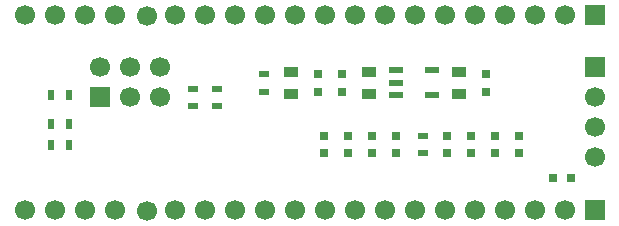
<source format=gbr>
%TF.GenerationSoftware,Altium Limited,Altium Designer,21.4.1 (30)*%
G04 Layer_Color=255*
%FSLAX45Y45*%
%MOMM*%
%TF.SameCoordinates,7FD8979F-C22B-4491-80EA-6B84785AAA14*%
%TF.FilePolarity,Positive*%
%TF.FileFunction,Pads,Bot*%
%TF.Part,Single*%
G01*
G75*
%TA.AperFunction,SMDPad,CuDef*%
%ADD15R,0.90000X0.60000*%
%ADD17R,0.80000X0.80000*%
%TA.AperFunction,ComponentPad*%
%ADD22C,1.70000*%
%ADD23R,1.70000X1.70000*%
%ADD24R,1.70000X1.70000*%
%TA.AperFunction,SMDPad,CuDef*%
%ADD26R,0.80000X0.80000*%
%ADD27R,1.20000X0.56000*%
%ADD28R,0.60000X0.90000*%
%ADD29R,1.30000X0.90000*%
D15*
X1676400Y1345000D02*
D03*
X1879600Y1345000D02*
D03*
X2280920Y1319460D02*
D03*
X1676400Y1195000D02*
D03*
X1879600Y1195000D02*
D03*
X2280920Y1469460D02*
D03*
X3629660Y796220D02*
D03*
Y946220D02*
D03*
D17*
X2738120Y1469460D02*
D03*
Y1319460D02*
D03*
X2941320Y1319460D02*
D03*
X4442460Y796220D02*
D03*
X4239260D02*
D03*
X4036060D02*
D03*
X3832860D02*
D03*
X3401060D02*
D03*
X3197860D02*
D03*
X2994660D02*
D03*
X2791460D02*
D03*
X4160520Y1469460D02*
D03*
X2941320D02*
D03*
X3401060Y946220D02*
D03*
X3197860D02*
D03*
X2994660D02*
D03*
X2791460D02*
D03*
X4160520Y1319460D02*
D03*
X3832860Y946220D02*
D03*
X4036060D02*
D03*
X4239260D02*
D03*
X4442460D02*
D03*
D22*
X889000Y1524000D02*
D03*
X1397000Y1270000D02*
D03*
Y1524000D02*
D03*
X4826000Y1968500D02*
D03*
X4572000D02*
D03*
X4318000D02*
D03*
X4064000D02*
D03*
X3810000D02*
D03*
X3556000D02*
D03*
X3302000D02*
D03*
X3048000D02*
D03*
X2794000D02*
D03*
X2540000D02*
D03*
X2286000D02*
D03*
X2032000D02*
D03*
X1778000D02*
D03*
X1524000D02*
D03*
X1285240Y1963420D02*
D03*
X1016000Y1968500D02*
D03*
X762000D02*
D03*
X508000D02*
D03*
X254000D02*
D03*
X4826000Y317500D02*
D03*
X4572000D02*
D03*
X4318000D02*
D03*
X4064000D02*
D03*
X3810000D02*
D03*
X3556000D02*
D03*
X3302000D02*
D03*
X3048000D02*
D03*
X2794000D02*
D03*
X2540000D02*
D03*
X2286000D02*
D03*
X2032000D02*
D03*
X1778000D02*
D03*
X1524000D02*
D03*
X1285240Y312420D02*
D03*
X1016000Y317500D02*
D03*
X762000D02*
D03*
X508000D02*
D03*
X254000D02*
D03*
X5080000Y1270000D02*
D03*
Y1016000D02*
D03*
Y762000D02*
D03*
X1143000Y1270000D02*
D03*
Y1524000D02*
D03*
D23*
X5080000Y1968500D02*
D03*
Y317500D02*
D03*
X889000Y1270000D02*
D03*
D24*
X5080000Y1524000D02*
D03*
D26*
X4875600Y584200D02*
D03*
X4725600D02*
D03*
D27*
X3400920Y1394460D02*
D03*
Y1498460D02*
D03*
X3700920Y1290460D02*
D03*
Y1498460D02*
D03*
X3400920Y1290460D02*
D03*
D28*
X476180Y1292860D02*
D03*
X478720Y1046480D02*
D03*
X626180Y1292860D02*
D03*
Y863600D02*
D03*
X476180D02*
D03*
X628720Y1046480D02*
D03*
D29*
X3169920Y1489460D02*
D03*
Y1299460D02*
D03*
X3931920Y1489460D02*
D03*
Y1299460D02*
D03*
X2509520Y1489460D02*
D03*
Y1299460D02*
D03*
%TF.MD5,4bf995e22acea5b7c8e975135681423f*%
M02*

</source>
